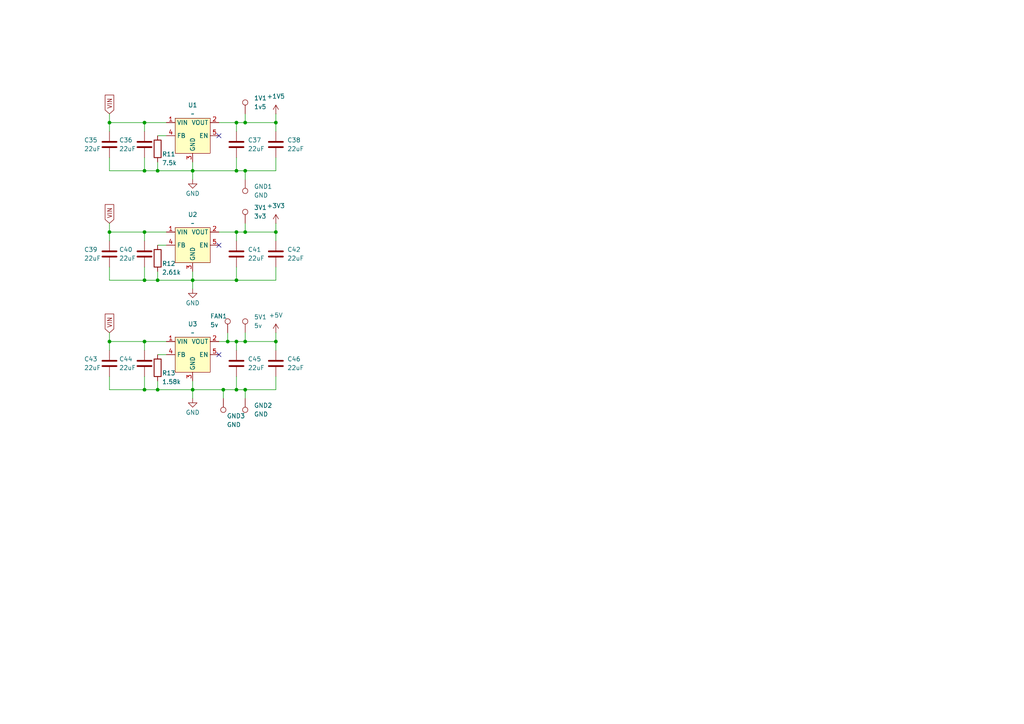
<source format=kicad_sch>
(kicad_sch (version 20250114) (generator "eeschema") (generator_version "9.0")
  (paper "A4")
  (lib_symbols
    (symbol "Connector:TestPoint" (pin_numbers (hide yes)) (pin_names (offset 0.762) (hide yes))
      (property "Reference" "TP" (at 0 6.858 0))
      (property "Value" "TestPoint" (at 0 5.08 0))
      (symbol "TestPoint_0_1"
        (circle (center 0 3.302) (radius 0.762))
      )
      (symbol "TestPoint_1_1"
        (pin passive line (at 0 0 90) (length 2.54) (name "1") (number "1"))
      )
    )
    (symbol "Device:C" (pin_numbers (hide yes)) (pin_names (offset 0.254))
      (property "Reference" "C" (at 0.635 2.54 0))
      (property "Value" "C" (at 0.635 -2.54 0))
      (symbol "C_0_1"
        (polyline (pts (xy -2.032 0.762) (xy 2.032 0.762)) (stroke (width 0.508)))
        (polyline (pts (xy -2.032 -0.762) (xy 2.032 -0.762)) (stroke (width 0.508)))
      )
      (symbol "C_1_1"
        (pin passive line (at 0 3.81 270) (length 2.794) (name "~") (number "1"))
        (pin passive line (at 0 -3.81 90) (length 2.794) (name "~") (number "2"))
      )
    )
    (symbol "Device:R" (pin_numbers (hide yes)) (pin_names (offset 0))
      (property "Reference" "R" (at 2.032 0 90))
      (property "Value" "R" (at 0 0 90))
      (symbol "R_0_1"
        (rectangle (start -1.016 -2.54) (end 1.016 2.54) (stroke (width 0.254)))
      )
      (symbol "R_1_1"
        (pin passive line (at 0 3.81 270) (length 1.27) (name "~") (number "1"))
        (pin passive line (at 0 -3.81 90) (length 1.27) (name "~") (number "2"))
      )
    )
    (symbol "power:+1V5" (power) (pin_numbers (hide yes)) (pin_names (offset 0) (hide yes))
      (property "Value" "+1V5" (at 0 3.556 0))
      (symbol "+1V5_0_1"
        (polyline (pts (xy -0.762 1.27) (xy 0 2.54)))
        (polyline (pts (xy 0 2.54) (xy 0.762 1.27)))
        (polyline (pts (xy 0 0) (xy 0 2.54)))
      )
      (symbol "+1V5_1_1"
        (pin power_in line (at 0 0 90) (length 0) (name "~") (number "1"))
      )
    )
    (symbol "power:GND" (power) (pin_numbers (hide yes)) (pin_names (offset 0) (hide yes))
      (property "Value" "GND" (at 0 -3.81 0))
      (symbol "GND_0_1"
        (polyline (pts (xy 0 0) (xy 0 -1.27) (xy 1.27 -1.27) (xy 0 -2.54) (xy -1.27 -1.27) (xy 0 -1.27)))
      )
      (symbol "GND_1_1"
        (pin power_in line (at 0 0 270) (length 0) (name "~") (number "1"))
      )
    )
    (symbol "wiiu-reg:Reggie"
      (property "Reference" "U" (at 0 2.54 0))
      (symbol "Reggie_1_1"
        (rectangle (start -5.08 1.27) (end 5.08 -8.89) (fill (type color) (color 255 255 194 1)))
        (pin power_in line (at -7.62 0 0) (length 2.54) (name "VIN") (number "1"))
        (pin input line (at -7.62 -3.81 0) (length 2.54) (name "FB") (number "4"))
        (pin power_in line (at 0 -11.43 90) (length 2.54) (name "GND") (number "3"))
        (pin power_out line (at 7.62 0 180) (length 2.54) (name "VOUT") (number "2"))
        (pin input line (at 7.62 -3.81 180) (length 2.54) (name "EN") (number "5"))
      )
    )
  )
  (junction (at 31.75 99.06))
  (junction (at 71.12 113.03))
  (junction (at 68.58 81.28))
  (junction (at 41.91 113.03))
  (junction (at 80.01 99.06))
  (junction (at 71.12 49.53))
  (junction (at 68.58 99.06))
  (junction (at 45.72 81.28))
  (junction (at 41.91 99.06))
  (junction (at 41.91 35.56))
  (junction (at 66.04 99.06))
  (junction (at 41.91 81.28))
  (junction (at 31.75 35.56))
  (junction (at 68.58 35.56))
  (junction (at 31.75 67.31))
  (junction (at 55.88 81.28))
  (junction (at 41.91 67.31))
  (junction (at 71.12 99.06))
  (junction (at 71.12 67.31))
  (junction (at 41.91 49.53))
  (junction (at 55.88 113.03))
  (junction (at 55.88 49.53))
  (junction (at 45.72 49.53))
  (junction (at 64.77 113.03))
  (junction (at 68.58 67.31))
  (junction (at 71.12 35.56))
  (junction (at 80.01 67.31))
  (junction (at 45.72 113.03))
  (junction (at 68.58 49.53))
  (junction (at 68.58 113.03))
  (junction (at 80.01 35.56))
  (no_connect (at 63.5 39.37))
  (no_connect (at 63.5 71.12))
  (no_connect (at 63.5 102.87))
  (wire (pts (xy 41.91 38.1) (xy 41.91 35.56)))
  (wire (pts (xy 31.75 99.06) (xy 41.91 99.06)))
  (wire (pts (xy 80.01 113.03) (xy 71.12 113.03)))
  (wire (pts (xy 68.58 99.06) (xy 68.58 101.6)))
  (wire (pts (xy 80.01 81.28) (xy 80.01 77.47)))
  (wire (pts (xy 80.01 109.22) (xy 80.01 113.03)))
  (wire (pts (xy 31.75 77.47) (xy 31.75 81.28)))
  (wire (pts (xy 80.01 67.31) (xy 71.12 67.31)))
  (wire (pts (xy 80.01 64.77) (xy 80.01 67.31)))
  (wire (pts (xy 68.58 67.31) (xy 68.58 69.85)))
  (wire (pts (xy 41.91 113.03) (xy 45.72 113.03)))
  (wire (pts (xy 55.88 113.03) (xy 55.88 110.49)))
  (wire (pts (xy 64.77 113.03) (xy 64.77 115.57)))
  (wire (pts (xy 45.72 81.28) (xy 55.88 81.28)))
  (wire (pts (xy 55.88 49.53) (xy 68.58 49.53)))
  (wire (pts (xy 63.5 67.31) (xy 68.58 67.31)))
  (wire (pts (xy 71.12 99.06) (xy 68.58 99.06)))
  (wire (pts (xy 63.5 99.06) (xy 66.04 99.06)))
  (wire (pts (xy 71.12 113.03) (xy 68.58 113.03)))
  (wire (pts (xy 55.88 115.57) (xy 55.88 113.03)))
  (wire (pts (xy 31.75 81.28) (xy 41.91 81.28)))
  (wire (pts (xy 68.58 81.28) (xy 68.58 77.47)))
  (wire (pts (xy 80.01 67.31) (xy 80.01 69.85)))
  (wire (pts (xy 55.88 81.28) (xy 55.88 78.74)))
  (wire (pts (xy 45.72 113.03) (xy 55.88 113.03)))
  (wire (pts (xy 45.72 39.37) (xy 48.26 39.37)))
  (wire (pts (xy 41.91 67.31) (xy 48.26 67.31)))
  (wire (pts (xy 66.04 99.06) (xy 68.58 99.06)))
  (wire (pts (xy 41.91 45.72) (xy 41.91 49.53)))
  (wire (pts (xy 45.72 78.74) (xy 45.72 81.28)))
  (wire (pts (xy 80.01 49.53) (xy 80.01 45.72)))
  (wire (pts (xy 71.12 99.06) (xy 80.01 99.06)))
  (wire (pts (xy 68.58 81.28) (xy 80.01 81.28)))
  (wire (pts (xy 45.72 71.12) (xy 48.26 71.12)))
  (wire (pts (xy 71.12 64.77) (xy 71.12 67.31)))
  (wire (pts (xy 71.12 67.31) (xy 68.58 67.31)))
  (wire (pts (xy 80.01 33.02) (xy 80.01 35.56)))
  (wire (pts (xy 71.12 115.57) (xy 71.12 113.03)))
  (wire (pts (xy 55.88 81.28) (xy 68.58 81.28)))
  (wire (pts (xy 45.72 110.49) (xy 45.72 113.03)))
  (wire (pts (xy 31.75 99.06) (xy 31.75 101.6)))
  (wire (pts (xy 55.88 83.82) (xy 55.88 81.28)))
  (wire (pts (xy 31.75 33.02) (xy 31.75 35.56)))
  (wire (pts (xy 31.75 113.03) (xy 41.91 113.03)))
  (wire (pts (xy 68.58 35.56) (xy 68.58 38.1)))
  (wire (pts (xy 71.12 35.56) (xy 68.58 35.56)))
  (wire (pts (xy 31.75 64.77) (xy 31.75 67.31)))
  (wire (pts (xy 80.01 96.52) (xy 80.01 99.06)))
  (wire (pts (xy 45.72 102.87) (xy 48.26 102.87)))
  (wire (pts (xy 71.12 33.02) (xy 71.12 35.56)))
  (wire (pts (xy 41.91 69.85) (xy 41.91 67.31)))
  (wire (pts (xy 31.75 67.31) (xy 41.91 67.31)))
  (wire (pts (xy 55.88 49.53) (xy 55.88 46.99)))
  (wire (pts (xy 71.12 52.07) (xy 71.12 49.53)))
  (wire (pts (xy 45.72 49.53) (xy 55.88 49.53)))
  (wire (pts (xy 63.5 35.56) (xy 68.58 35.56)))
  (wire (pts (xy 45.72 46.99) (xy 45.72 49.53)))
  (wire (pts (xy 41.91 81.28) (xy 45.72 81.28)))
  (wire (pts (xy 80.01 35.56) (xy 80.01 38.1)))
  (wire (pts (xy 41.91 101.6) (xy 41.91 99.06)))
  (wire (pts (xy 68.58 113.03) (xy 68.58 109.22)))
  (wire (pts (xy 31.75 35.56) (xy 41.91 35.56)))
  (wire (pts (xy 41.91 49.53) (xy 45.72 49.53)))
  (wire (pts (xy 31.75 49.53) (xy 41.91 49.53)))
  (wire (pts (xy 31.75 38.1) (xy 31.75 35.56)))
  (wire (pts (xy 31.75 109.22) (xy 31.75 113.03)))
  (wire (pts (xy 71.12 49.53) (xy 80.01 49.53)))
  (wire (pts (xy 31.75 67.31) (xy 31.75 69.85)))
  (wire (pts (xy 41.91 77.47) (xy 41.91 81.28)))
  (wire (pts (xy 31.75 45.72) (xy 31.75 49.53)))
  (wire (pts (xy 71.12 96.52) (xy 71.12 99.06)))
  (wire (pts (xy 80.01 99.06) (xy 80.01 101.6)))
  (wire (pts (xy 68.58 49.53) (xy 71.12 49.53)))
  (wire (pts (xy 55.88 52.07) (xy 55.88 49.53)))
  (wire (pts (xy 41.91 35.56) (xy 48.26 35.56)))
  (wire (pts (xy 41.91 109.22) (xy 41.91 113.03)))
  (wire (pts (xy 80.01 35.56) (xy 71.12 35.56)))
  (wire (pts (xy 64.77 113.03) (xy 68.58 113.03)))
  (wire (pts (xy 55.88 113.03) (xy 64.77 113.03)))
  (wire (pts (xy 31.75 96.52) (xy 31.75 99.06)))
  (wire (pts (xy 68.58 49.53) (xy 68.58 45.72)))
  (wire (pts (xy 66.04 96.52) (xy 66.04 99.06)))
  (wire (pts (xy 41.91 99.06) (xy 48.26 99.06)))
  (global_label "VIN" (shape input) (at 31.75 33.02 90) (property "Intersheetrefs" "${INTERSHEET_REFS}" (effects (hide yes))))
  (global_label "VIN" (shape input) (at 31.75 96.52 90) (property "Intersheetrefs" "${INTERSHEET_REFS}" (effects (hide yes))))
  (global_label "VIN" (shape input) (at 31.75 64.77 90) (property "Intersheetrefs" "${INTERSHEET_REFS}" (effects (hide yes))))
  (symbol (lib_id "Device:C") (at 68.58 105.41 0) (unit 1)
    (property "Reference" "C45" (at 71.882 104.14 0) (effects (justify left)))
    (property "Value" "22uF" (at 71.882 106.68 0) (effects (justify left)))
    (property "Footprint" "Capacitor_SMD:C_0603_1608Metric" (effects (hide yes)))
    (property "Description" "Unpolarized capacitor" (effects (hide yes)))
  )
  (symbol (lib_id "Device:C") (at 41.91 105.41 0) (unit 1)
    (property "Reference" "C44" (at 34.544 104.14 0) (effects (justify left)))
    (property "Value" "22uF" (at 34.544 106.68 0) (effects (justify left)))
    (property "Footprint" "Capacitor_SMD:C_0603_1608Metric" (effects (hide yes)))
    (property "Description" "Unpolarized capacitor" (effects (hide yes)))
  )
  (symbol (lib_id "Connector:TestPoint") (at 71.12 64.77 0) (unit 1)
    (property "Reference" "3V1" (at 73.66 60.1979 0) (effects (justify left)))
    (property "Value" "3v3" (at 73.66 62.7379 0) (effects (justify left)))
    (property "Footprint" "TestPoint:TestPoint_Pad_2.0x2.0mm" (effects (hide yes)))
    (property "Description" "test point" (effects (hide yes)))
  )
  (symbol (lib_id "power:+1V5") (at 80.01 33.02 0) (unit 1)
    (property "Reference" "#PWR017" (effects (hide yes)))
    (property "Value" "+1V5" (at 80.01 27.94 0))
    (property "Description" "Power symbol creates a global label with name \"+1V5\"" (effects (hide yes)))
  )
  (symbol (lib_id "Device:C") (at 68.58 41.91 0) (unit 1)
    (property "Reference" "C37" (at 71.882 40.64 0) (effects (justify left)))
    (property "Value" "22uF" (at 71.882 43.18 0) (effects (justify left)))
    (property "Footprint" "Capacitor_SMD:C_0603_1608Metric" (effects (hide yes)))
    (property "Description" "Unpolarized capacitor" (effects (hide yes)))
  )
  (symbol (lib_id "Connector:TestPoint") (at 71.12 96.52 0) (unit 1)
    (property "Reference" "5V1" (at 73.66 91.9479 0) (effects (justify left)))
    (property "Value" "5v" (at 73.66 94.4879 0) (effects (justify left)))
    (property "Footprint" "TestPoint:TestPoint_Pad_2.0x2.0mm" (effects (hide yes)))
    (property "Description" "test point" (effects (hide yes)))
  )
  (symbol (lib_id "Device:R") (at 45.72 74.93 0) (unit 1)
    (property "Reference" "R12" (at 46.99 76.454 0) (effects (justify left)))
    (property "Value" "2.61k" (at 46.99 78.994 0) (effects (justify left)))
    (property "Footprint" "Resistor_SMD:R_1206_3216Metric" (effects (hide yes)))
    (property "Description" "Resistor" (effects (hide yes)))
  )
  (symbol (lib_id "Connector:TestPoint") (at 71.12 52.07 180) (unit 1)
    (property "Reference" "GND1" (at 73.66 54.1019 0) (effects (justify right)))
    (property "Value" "GND" (at 73.66 56.6419 0) (effects (justify right)))
    (property "Footprint" "TestPoint:TestPoint_Pad_2.0x2.0mm" (effects (hide yes)))
    (property "Description" "test point" (effects (hide yes)))
  )
  (symbol (lib_id "power:+1V5") (at 80.01 96.52 0) (unit 1)
    (property "Reference" "#PWR021" (effects (hide yes)))
    (property "Value" "+5V" (at 80.01 91.44 0))
    (property "Description" "Power symbol creates a global label with name \"+1V5\"" (effects (hide yes)))
  )
  (symbol (lib_id "power:GND") (at 55.88 115.57 0) (unit 1)
    (property "Reference" "#PWR022" (effects (hide yes)))
    (property "Value" "GND" (at 55.88 119.634 0))
    (property "Description" "Power symbol creates a global label with name \"GND\" , ground" (effects (hide yes)))
  )
  (symbol (lib_id "Connector:TestPoint") (at 71.12 33.02 0) (unit 1)
    (property "Reference" "1V1" (at 73.66 28.4479 0) (effects (justify left)))
    (property "Value" "1v5" (at 73.66 30.9879 0) (effects (justify left)))
    (property "Footprint" "TestPoint:TestPoint_Pad_2.0x2.0mm" (effects (hide yes)))
    (property "Description" "test point" (effects (hide yes)))
  )
  (symbol (lib_id "Device:C") (at 80.01 73.66 0) (unit 1)
    (property "Reference" "C42" (at 83.312 72.39 0) (effects (justify left)))
    (property "Value" "22uF" (at 83.312 74.93 0) (effects (justify left)))
    (property "Footprint" "Capacitor_SMD:C_0603_1608Metric" (effects (hide yes)))
    (property "Description" "Unpolarized capacitor" (effects (hide yes)))
  )
  (symbol (lib_id "power:GND") (at 55.88 83.82 0) (unit 1)
    (property "Reference" "#PWR020" (effects (hide yes)))
    (property "Value" "GND" (at 55.88 87.884 0))
    (property "Description" "Power symbol creates a global label with name \"GND\" , ground" (effects (hide yes)))
  )
  (symbol (lib_id "wiiu-reg:Reggie") (at 55.88 35.56 0) (unit 1)
    (property "Reference" "U1" (at 55.88 30.48 0))
    (property "Value" "~" (at 55.88 33.02 0))
    (property "Footprint" "wiiu-reg:Reggie" (effects (hide yes)))
  )
  (symbol (lib_id "Device:C") (at 31.75 105.41 0) (unit 1)
    (property "Reference" "C43" (at 24.384 104.14 0) (effects (justify left)))
    (property "Value" "22uF" (at 24.384 106.68 0) (effects (justify left)))
    (property "Footprint" "Capacitor_SMD:C_0603_1608Metric" (effects (hide yes)))
    (property "Description" "Unpolarized capacitor" (effects (hide yes)))
  )
  (symbol (lib_id "Device:R") (at 45.72 43.18 0) (unit 1)
    (property "Reference" "R11" (at 46.99 44.704 0) (effects (justify left)))
    (property "Value" "7.5k" (at 46.99 47.244 0) (effects (justify left)))
    (property "Footprint" "Resistor_SMD:R_1206_3216Metric" (effects (hide yes)))
    (property "Description" "Resistor" (effects (hide yes)))
  )
  (symbol (lib_id "Connector:TestPoint") (at 66.04 96.52 0) (unit 1)
    (property "Reference" "FAN1" (at 60.96 91.694 0) (effects (justify left)))
    (property "Value" "5v" (at 60.96 94.234 0) (effects (justify left)))
    (property "Footprint" "TestPoint:TestPoint_Pad_2.0x2.0mm" (effects (hide yes)))
    (property "Description" "test point" (effects (hide yes)))
  )
  (symbol (lib_id "Device:C") (at 31.75 73.66 0) (unit 1)
    (property "Reference" "C39" (at 24.384 72.39 0) (effects (justify left)))
    (property "Value" "22uF" (at 24.384 74.93 0) (effects (justify left)))
    (property "Footprint" "Capacitor_SMD:C_0603_1608Metric" (effects (hide yes)))
    (property "Description" "Unpolarized capacitor" (effects (hide yes)))
  )
  (symbol (lib_id "Device:R") (at 45.72 106.68 0) (unit 1)
    (property "Reference" "R13" (at 46.99 108.204 0) (effects (justify left)))
    (property "Value" "1.58k" (at 46.99 110.744 0) (effects (justify left)))
    (property "Footprint" "Resistor_SMD:R_1206_3216Metric" (effects (hide yes)))
    (property "Description" "Resistor" (effects (hide yes)))
  )
  (symbol (lib_id "Device:C") (at 41.91 41.91 0) (unit 1)
    (property "Reference" "C36" (at 34.544 40.64 0) (effects (justify left)))
    (property "Value" "22uF" (at 34.544 43.18 0) (effects (justify left)))
    (property "Footprint" "Capacitor_SMD:C_0603_1608Metric" (effects (hide yes)))
    (property "Description" "Unpolarized capacitor" (effects (hide yes)))
  )
  (symbol (lib_id "Device:C") (at 80.01 105.41 0) (unit 1)
    (property "Reference" "C46" (at 83.312 104.14 0) (effects (justify left)))
    (property "Value" "22uF" (at 83.312 106.68 0) (effects (justify left)))
    (property "Footprint" "Capacitor_SMD:C_0603_1608Metric" (effects (hide yes)))
    (property "Description" "Unpolarized capacitor" (effects (hide yes)))
  )
  (symbol (lib_id "Connector:TestPoint") (at 71.12 115.57 180) (unit 1)
    (property "Reference" "GND2" (at 73.66 117.6019 0) (effects (justify right)))
    (property "Value" "GND" (at 73.66 120.1419 0) (effects (justify right)))
    (property "Footprint" "TestPoint:TestPoint_Pad_2.0x2.0mm" (effects (hide yes)))
    (property "Description" "test point" (effects (hide yes)))
  )
  (symbol (lib_id "Device:C") (at 68.58 73.66 0) (unit 1)
    (property "Reference" "C41" (at 71.882 72.39 0) (effects (justify left)))
    (property "Value" "22uF" (at 71.882 74.93 0) (effects (justify left)))
    (property "Footprint" "Capacitor_SMD:C_0603_1608Metric" (effects (hide yes)))
    (property "Description" "Unpolarized capacitor" (effects (hide yes)))
  )
  (symbol (lib_id "Device:C") (at 31.75 41.91 0) (unit 1)
    (property "Reference" "C35" (at 24.384 40.64 0) (effects (justify left)))
    (property "Value" "22uF" (at 24.384 43.18 0) (effects (justify left)))
    (property "Footprint" "Capacitor_SMD:C_0603_1608Metric" (effects (hide yes)))
    (property "Description" "Unpolarized capacitor" (effects (hide yes)))
  )
  (symbol (lib_id "Device:C") (at 41.91 73.66 0) (unit 1)
    (property "Reference" "C40" (at 34.544 72.39 0) (effects (justify left)))
    (property "Value" "22uF" (at 34.544 74.93 0) (effects (justify left)))
    (property "Footprint" "Capacitor_SMD:C_0603_1608Metric" (effects (hide yes)))
    (property "Description" "Unpolarized capacitor" (effects (hide yes)))
  )
  (symbol (lib_id "power:GND") (at 55.88 52.07 0) (unit 1)
    (property "Reference" "#PWR018" (effects (hide yes)))
    (property "Value" "GND" (at 55.88 56.134 0))
    (property "Description" "Power symbol creates a global label with name \"GND\" , ground" (effects (hide yes)))
  )
  (symbol (lib_id "wiiu-reg:Reggie") (at 55.88 67.31 0) (unit 1)
    (property "Reference" "U2" (at 55.88 62.23 0))
    (property "Value" "~" (at 55.88 64.77 0))
    (property "Footprint" "wiiu-reg:Reggie" (effects (hide yes)))
  )
  (symbol (lib_id "wiiu-reg:Reggie") (at 55.88 99.06 0) (unit 1)
    (property "Reference" "U3" (at 55.88 93.98 0))
    (property "Value" "~" (at 55.88 96.52 0))
    (property "Footprint" "wiiu-reg:Reggie" (effects (hide yes)))
  )
  (symbol (lib_id "Connector:TestPoint") (at 64.77 115.57 180) (unit 1)
    (property "Reference" "GND3" (at 65.786 120.65 0) (effects (justify right)))
    (property "Value" "GND" (at 65.786 123.19 0) (effects (justify right)))
    (property "Footprint" "TestPoint:TestPoint_Pad_2.0x2.0mm" (effects (hide yes)))
    (property "Description" "test point" (effects (hide yes)))
  )
  (symbol (lib_id "Device:C") (at 80.01 41.91 0) (unit 1)
    (property "Reference" "C38" (at 83.312 40.64 0) (effects (justify left)))
    (property "Value" "22uF" (at 83.312 43.18 0) (effects (justify left)))
    (property "Footprint" "Capacitor_SMD:C_0603_1608Metric" (effects (hide yes)))
    (property "Description" "Unpolarized capacitor" (effects (hide yes)))
  )
  (symbol (lib_id "power:+1V5") (at 80.01 64.77 0) (unit 1)
    (property "Reference" "#PWR019" (effects (hide yes)))
    (property "Value" "+3V3" (at 80.01 59.69 0))
    (property "Description" "Power symbol creates a global label with name \"+1V5\"" (effects (hide yes)))
  )
)
</source>
